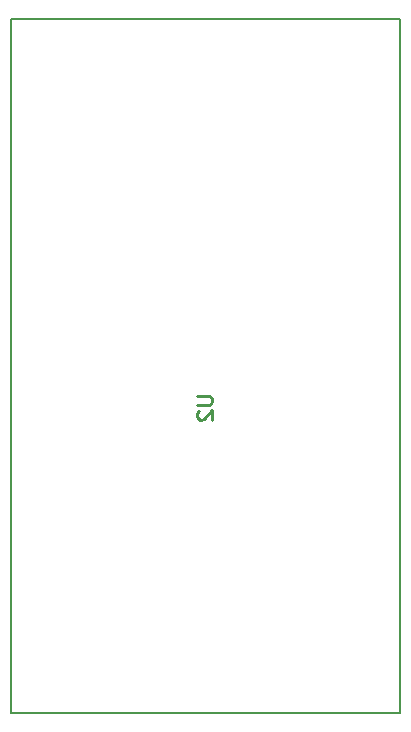
<source format=gbr>
%TF.GenerationSoftware,KiCad,Pcbnew,7.0.6*%
%TF.CreationDate,2023-11-18T03:16:50+01:00*%
%TF.ProjectId,LoRa_Sensor,4c6f5261-5f53-4656-9e73-6f722e6b6963,rev?*%
%TF.SameCoordinates,Original*%
%TF.FileFunction,Legend,Bot*%
%TF.FilePolarity,Positive*%
%FSLAX46Y46*%
G04 Gerber Fmt 4.6, Leading zero omitted, Abs format (unit mm)*
G04 Created by KiCad (PCBNEW 7.0.6) date 2023-11-18 03:16:50*
%MOMM*%
%LPD*%
G01*
G04 APERTURE LIST*
%ADD10C,0.254000*%
%ADD11C,0.200000*%
G04 APERTURE END LIST*
D10*
X109304318Y-92532380D02*
X110332413Y-92532380D01*
X110332413Y-92532380D02*
X110453365Y-92592857D01*
X110453365Y-92592857D02*
X110513842Y-92653333D01*
X110513842Y-92653333D02*
X110574318Y-92774285D01*
X110574318Y-92774285D02*
X110574318Y-93016190D01*
X110574318Y-93016190D02*
X110513842Y-93137142D01*
X110513842Y-93137142D02*
X110453365Y-93197619D01*
X110453365Y-93197619D02*
X110332413Y-93258095D01*
X110332413Y-93258095D02*
X109304318Y-93258095D01*
X109425270Y-93802380D02*
X109364794Y-93862856D01*
X109364794Y-93862856D02*
X109304318Y-93983809D01*
X109304318Y-93983809D02*
X109304318Y-94286190D01*
X109304318Y-94286190D02*
X109364794Y-94407142D01*
X109364794Y-94407142D02*
X109425270Y-94467618D01*
X109425270Y-94467618D02*
X109546222Y-94528095D01*
X109546222Y-94528095D02*
X109667175Y-94528095D01*
X109667175Y-94528095D02*
X109848603Y-94467618D01*
X109848603Y-94467618D02*
X110574318Y-93741904D01*
X110574318Y-93741904D02*
X110574318Y-94528095D01*
D11*
%TO.C,U2*%
X126460000Y-60600000D02*
X93540000Y-60600000D01*
X93540000Y-60600000D02*
X93540000Y-119400000D01*
X126460000Y-119400000D02*
X126460000Y-60600000D01*
X93540000Y-119400000D02*
X126460000Y-119400000D01*
%TD*%
M02*

</source>
